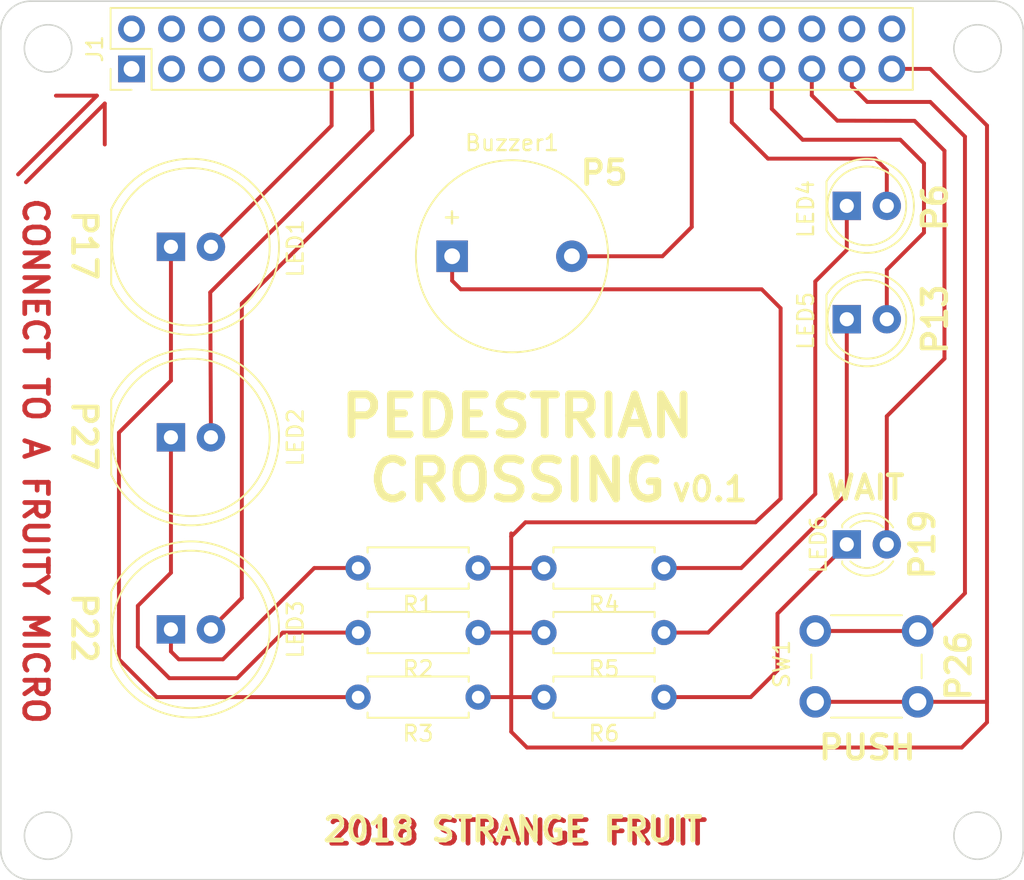
<source format=kicad_pcb>
(kicad_pcb (version 4) (host pcbnew 4.0.7)

  (general
    (links 24)
    (no_connects 0)
    (area 69.349999 98.924999 134.350001 155.050001)
    (thickness 1.6)
    (drawings 27)
    (tracks 103)
    (zones 0)
    (modules 15)
    (nets 47)
  )

  (page A4)
  (layers
    (0 F.Cu signal)
    (31 B.Cu signal)
    (32 B.Adhes user)
    (33 F.Adhes user)
    (34 B.Paste user)
    (35 F.Paste user)
    (36 B.SilkS user)
    (37 F.SilkS user)
    (38 B.Mask user)
    (39 F.Mask user)
    (40 Dwgs.User user)
    (41 Cmts.User user)
    (42 Eco1.User user)
    (43 Eco2.User user)
    (44 Edge.Cuts user)
    (45 Margin user)
    (46 B.CrtYd user)
    (47 F.CrtYd user)
    (48 B.Fab user)
    (49 F.Fab user)
  )

  (setup
    (last_trace_width 0.25)
    (trace_clearance 0.2)
    (zone_clearance 0.508)
    (zone_45_only no)
    (trace_min 0.2)
    (segment_width 0.2)
    (edge_width 0.1)
    (via_size 0.6)
    (via_drill 0.4)
    (via_min_size 0.4)
    (via_min_drill 0.3)
    (uvia_size 0.3)
    (uvia_drill 0.1)
    (uvias_allowed no)
    (uvia_min_size 0.2)
    (uvia_min_drill 0.1)
    (pcb_text_width 0.3)
    (pcb_text_size 1.5 1.5)
    (mod_edge_width 0.15)
    (mod_text_size 1 1)
    (mod_text_width 0.15)
    (pad_size 1.5 1.5)
    (pad_drill 0.6)
    (pad_to_mask_clearance 0)
    (aux_axis_origin 0 0)
    (grid_origin 69.4 99.2)
    (visible_elements FFFFFF7F)
    (pcbplotparams
      (layerselection 0x3ffff_80000001)
      (usegerberextensions false)
      (excludeedgelayer true)
      (linewidth 0.100000)
      (plotframeref false)
      (viasonmask false)
      (mode 1)
      (useauxorigin false)
      (hpglpennumber 1)
      (hpglpenspeed 20)
      (hpglpendiameter 15)
      (hpglpenoverlay 2)
      (psnegative false)
      (psa4output false)
      (plotreference true)
      (plotvalue true)
      (plotinvisibletext false)
      (padsonsilk false)
      (subtractmaskfromsilk false)
      (outputformat 1)
      (mirror false)
      (drillshape 0)
      (scaleselection 1)
      (outputdirectory ""))
  )

  (net 0 "")
  (net 1 "Net-(J1-Pad1)")
  (net 2 "Net-(J1-Pad2)")
  (net 3 "Net-(J1-Pad3)")
  (net 4 "Net-(J1-Pad4)")
  (net 5 "Net-(J1-Pad5)")
  (net 6 "Net-(J1-Pad6)")
  (net 7 "Net-(J1-Pad7)")
  (net 8 "Net-(J1-Pad8)")
  (net 9 "Net-(J1-Pad9)")
  (net 10 "Net-(J1-Pad10)")
  (net 11 "Net-(J1-Pad11)")
  (net 12 "Net-(J1-Pad12)")
  (net 13 "Net-(J1-Pad13)")
  (net 14 "Net-(J1-Pad14)")
  (net 15 "Net-(J1-Pad15)")
  (net 16 "Net-(J1-Pad16)")
  (net 17 "Net-(J1-Pad17)")
  (net 18 "Net-(J1-Pad18)")
  (net 19 "Net-(J1-Pad19)")
  (net 20 "Net-(J1-Pad20)")
  (net 21 "Net-(J1-Pad21)")
  (net 22 "Net-(J1-Pad22)")
  (net 23 "Net-(J1-Pad23)")
  (net 24 "Net-(J1-Pad24)")
  (net 25 "Net-(J1-Pad25)")
  (net 26 "Net-(J1-Pad26)")
  (net 27 "Net-(J1-Pad27)")
  (net 28 "Net-(J1-Pad28)")
  (net 29 "Net-(J1-Pad30)")
  (net 30 "Net-(J1-Pad31)")
  (net 31 "Net-(J1-Pad32)")
  (net 32 "Net-(J1-Pad33)")
  (net 33 "Net-(J1-Pad34)")
  (net 34 "Net-(J1-Pad35)")
  (net 35 "Net-(J1-Pad36)")
  (net 36 "Net-(J1-Pad37)")
  (net 37 "Net-(J1-Pad38)")
  (net 38 "Net-(J1-Pad40)")
  (net 39 "Net-(Buzzer1-Pad1)")
  (net 40 "Net-(Buzzer1-Pad2)")
  (net 41 "Net-(LED1-Pad1)")
  (net 42 "Net-(LED2-Pad1)")
  (net 43 "Net-(LED3-Pad1)")
  (net 44 "Net-(LED4-Pad1)")
  (net 45 "Net-(LED5-Pad1)")
  (net 46 "Net-(LED6-Pad1)")

  (net_class Default "This is the default net class."
    (clearance 0.2)
    (trace_width 0.25)
    (via_dia 0.6)
    (via_drill 0.4)
    (uvia_dia 0.3)
    (uvia_drill 0.1)
    (add_net "Net-(Buzzer1-Pad1)")
    (add_net "Net-(Buzzer1-Pad2)")
    (add_net "Net-(J1-Pad1)")
    (add_net "Net-(J1-Pad10)")
    (add_net "Net-(J1-Pad11)")
    (add_net "Net-(J1-Pad12)")
    (add_net "Net-(J1-Pad13)")
    (add_net "Net-(J1-Pad14)")
    (add_net "Net-(J1-Pad15)")
    (add_net "Net-(J1-Pad16)")
    (add_net "Net-(J1-Pad17)")
    (add_net "Net-(J1-Pad18)")
    (add_net "Net-(J1-Pad19)")
    (add_net "Net-(J1-Pad2)")
    (add_net "Net-(J1-Pad20)")
    (add_net "Net-(J1-Pad21)")
    (add_net "Net-(J1-Pad22)")
    (add_net "Net-(J1-Pad23)")
    (add_net "Net-(J1-Pad24)")
    (add_net "Net-(J1-Pad25)")
    (add_net "Net-(J1-Pad26)")
    (add_net "Net-(J1-Pad27)")
    (add_net "Net-(J1-Pad28)")
    (add_net "Net-(J1-Pad3)")
    (add_net "Net-(J1-Pad30)")
    (add_net "Net-(J1-Pad31)")
    (add_net "Net-(J1-Pad32)")
    (add_net "Net-(J1-Pad33)")
    (add_net "Net-(J1-Pad34)")
    (add_net "Net-(J1-Pad35)")
    (add_net "Net-(J1-Pad36)")
    (add_net "Net-(J1-Pad37)")
    (add_net "Net-(J1-Pad38)")
    (add_net "Net-(J1-Pad4)")
    (add_net "Net-(J1-Pad40)")
    (add_net "Net-(J1-Pad5)")
    (add_net "Net-(J1-Pad6)")
    (add_net "Net-(J1-Pad7)")
    (add_net "Net-(J1-Pad8)")
    (add_net "Net-(J1-Pad9)")
    (add_net "Net-(LED1-Pad1)")
    (add_net "Net-(LED2-Pad1)")
    (add_net "Net-(LED3-Pad1)")
    (add_net "Net-(LED4-Pad1)")
    (add_net "Net-(LED5-Pad1)")
    (add_net "Net-(LED6-Pad1)")
  )

  (module Pin_Headers:Pin_Header_Straight_2x20_Pitch2.54mm (layer F.Cu) (tedit 5A89904C) (tstamp 5A88BFFD)
    (at 77.7 103.5 90)
    (descr "Through hole straight pin header, 2x20, 2.54mm pitch, double rows")
    (tags "Through hole pin header THT 2x20 2.54mm double row")
    (path /5A878678)
    (fp_text reference J1 (at 1.27 -2.33 90) (layer F.SilkS)
      (effects (font (size 1 1) (thickness 0.15)))
    )
    (fp_text value Conn_02x20_Odd_Even (at -2.8 24 180) (layer F.Fab)
      (effects (font (size 1 1) (thickness 0.15)))
    )
    (fp_line (start 0 -1.27) (end 3.81 -1.27) (layer F.Fab) (width 0.1))
    (fp_line (start 3.81 -1.27) (end 3.81 49.53) (layer F.Fab) (width 0.1))
    (fp_line (start 3.81 49.53) (end -1.27 49.53) (layer F.Fab) (width 0.1))
    (fp_line (start -1.27 49.53) (end -1.27 0) (layer F.Fab) (width 0.1))
    (fp_line (start -1.27 0) (end 0 -1.27) (layer F.Fab) (width 0.1))
    (fp_line (start -1.33 49.59) (end 3.87 49.59) (layer F.SilkS) (width 0.12))
    (fp_line (start -1.33 1.27) (end -1.33 49.59) (layer F.SilkS) (width 0.12))
    (fp_line (start 3.87 -1.33) (end 3.87 49.59) (layer F.SilkS) (width 0.12))
    (fp_line (start -1.33 1.27) (end 1.27 1.27) (layer F.SilkS) (width 0.12))
    (fp_line (start 1.27 1.27) (end 1.27 -1.33) (layer F.SilkS) (width 0.12))
    (fp_line (start 1.27 -1.33) (end 3.87 -1.33) (layer F.SilkS) (width 0.12))
    (fp_line (start -1.33 0) (end -1.33 -1.33) (layer F.SilkS) (width 0.12))
    (fp_line (start -1.33 -1.33) (end 0 -1.33) (layer F.SilkS) (width 0.12))
    (fp_line (start -1.8 -1.8) (end -1.8 50.05) (layer F.CrtYd) (width 0.05))
    (fp_line (start -1.8 50.05) (end 4.35 50.05) (layer F.CrtYd) (width 0.05))
    (fp_line (start 4.35 50.05) (end 4.35 -1.8) (layer F.CrtYd) (width 0.05))
    (fp_line (start 4.35 -1.8) (end -1.8 -1.8) (layer F.CrtYd) (width 0.05))
    (fp_text user %R (at 1.27 24.13 180) (layer F.Fab)
      (effects (font (size 1 1) (thickness 0.15)))
    )
    (pad 1 thru_hole rect (at 0 0 90) (size 1.7 1.7) (drill 1) (layers *.Cu *.Mask)
      (net 1 "Net-(J1-Pad1)"))
    (pad 2 thru_hole oval (at 2.54 0 90) (size 1.7 1.7) (drill 1) (layers *.Cu *.Mask)
      (net 2 "Net-(J1-Pad2)"))
    (pad 3 thru_hole oval (at 0 2.54 90) (size 1.7 1.7) (drill 1) (layers *.Cu *.Mask)
      (net 3 "Net-(J1-Pad3)"))
    (pad 4 thru_hole oval (at 2.54 2.54 90) (size 1.7 1.7) (drill 1) (layers *.Cu *.Mask)
      (net 4 "Net-(J1-Pad4)"))
    (pad 5 thru_hole oval (at 0 5.08 90) (size 1.7 1.7) (drill 1) (layers *.Cu *.Mask)
      (net 5 "Net-(J1-Pad5)"))
    (pad 6 thru_hole oval (at 2.54 5.08 90) (size 1.7 1.7) (drill 1) (layers *.Cu *.Mask)
      (net 6 "Net-(J1-Pad6)"))
    (pad 7 thru_hole oval (at 0 7.62 90) (size 1.7 1.7) (drill 1) (layers *.Cu *.Mask)
      (net 7 "Net-(J1-Pad7)"))
    (pad 8 thru_hole oval (at 2.54 7.62 90) (size 1.7 1.7) (drill 1) (layers *.Cu *.Mask)
      (net 8 "Net-(J1-Pad8)"))
    (pad 9 thru_hole oval (at 0 10.16 90) (size 1.7 1.7) (drill 1) (layers *.Cu *.Mask)
      (net 9 "Net-(J1-Pad9)"))
    (pad 10 thru_hole oval (at 2.54 10.16 90) (size 1.7 1.7) (drill 1) (layers *.Cu *.Mask)
      (net 10 "Net-(J1-Pad10)"))
    (pad 11 thru_hole oval (at 0 12.7 90) (size 1.7 1.7) (drill 1) (layers *.Cu *.Mask)
      (net 11 "Net-(J1-Pad11)"))
    (pad 12 thru_hole oval (at 2.54 12.7 90) (size 1.7 1.7) (drill 1) (layers *.Cu *.Mask)
      (net 12 "Net-(J1-Pad12)"))
    (pad 13 thru_hole oval (at 0 15.24 90) (size 1.7 1.7) (drill 1) (layers *.Cu *.Mask)
      (net 13 "Net-(J1-Pad13)"))
    (pad 14 thru_hole oval (at 2.54 15.24 90) (size 1.7 1.7) (drill 1) (layers *.Cu *.Mask)
      (net 14 "Net-(J1-Pad14)"))
    (pad 15 thru_hole oval (at 0 17.78 90) (size 1.7 1.7) (drill 1) (layers *.Cu *.Mask)
      (net 15 "Net-(J1-Pad15)"))
    (pad 16 thru_hole oval (at 2.54 17.78 90) (size 1.7 1.7) (drill 1) (layers *.Cu *.Mask)
      (net 16 "Net-(J1-Pad16)"))
    (pad 17 thru_hole oval (at 0 20.32 90) (size 1.7 1.7) (drill 1) (layers *.Cu *.Mask)
      (net 17 "Net-(J1-Pad17)"))
    (pad 18 thru_hole oval (at 2.54 20.32 90) (size 1.7 1.7) (drill 1) (layers *.Cu *.Mask)
      (net 18 "Net-(J1-Pad18)"))
    (pad 19 thru_hole oval (at 0 22.86 90) (size 1.7 1.7) (drill 1) (layers *.Cu *.Mask)
      (net 19 "Net-(J1-Pad19)"))
    (pad 20 thru_hole oval (at 2.54 22.86 90) (size 1.7 1.7) (drill 1) (layers *.Cu *.Mask)
      (net 20 "Net-(J1-Pad20)"))
    (pad 21 thru_hole oval (at 0 25.4 90) (size 1.7 1.7) (drill 1) (layers *.Cu *.Mask)
      (net 21 "Net-(J1-Pad21)"))
    (pad 22 thru_hole oval (at 2.54 25.4 90) (size 1.7 1.7) (drill 1) (layers *.Cu *.Mask)
      (net 22 "Net-(J1-Pad22)"))
    (pad 23 thru_hole oval (at 0 27.94 90) (size 1.7 1.7) (drill 1) (layers *.Cu *.Mask)
      (net 23 "Net-(J1-Pad23)"))
    (pad 24 thru_hole oval (at 2.54 27.94 90) (size 1.7 1.7) (drill 1) (layers *.Cu *.Mask)
      (net 24 "Net-(J1-Pad24)"))
    (pad 25 thru_hole oval (at 0 30.48 90) (size 1.7 1.7) (drill 1) (layers *.Cu *.Mask)
      (net 25 "Net-(J1-Pad25)"))
    (pad 26 thru_hole oval (at 2.54 30.48 90) (size 1.7 1.7) (drill 1) (layers *.Cu *.Mask)
      (net 26 "Net-(J1-Pad26)"))
    (pad 27 thru_hole oval (at 0 33.02 90) (size 1.7 1.7) (drill 1) (layers *.Cu *.Mask)
      (net 27 "Net-(J1-Pad27)"))
    (pad 28 thru_hole oval (at 2.54 33.02 90) (size 1.7 1.7) (drill 1) (layers *.Cu *.Mask)
      (net 28 "Net-(J1-Pad28)"))
    (pad 29 thru_hole oval (at 0 35.56 90) (size 1.7 1.7) (drill 1) (layers *.Cu *.Mask)
      (net 40 "Net-(Buzzer1-Pad2)"))
    (pad 30 thru_hole oval (at 2.54 35.56 90) (size 1.7 1.7) (drill 1) (layers *.Cu *.Mask)
      (net 29 "Net-(J1-Pad30)"))
    (pad 31 thru_hole oval (at 0 38.1 90) (size 1.7 1.7) (drill 1) (layers *.Cu *.Mask)
      (net 30 "Net-(J1-Pad31)"))
    (pad 32 thru_hole oval (at 2.54 38.1 90) (size 1.7 1.7) (drill 1) (layers *.Cu *.Mask)
      (net 31 "Net-(J1-Pad32)"))
    (pad 33 thru_hole oval (at 0 40.64 90) (size 1.7 1.7) (drill 1) (layers *.Cu *.Mask)
      (net 32 "Net-(J1-Pad33)"))
    (pad 34 thru_hole oval (at 2.54 40.64 90) (size 1.7 1.7) (drill 1) (layers *.Cu *.Mask)
      (net 33 "Net-(J1-Pad34)"))
    (pad 35 thru_hole oval (at 0 43.18 90) (size 1.7 1.7) (drill 1) (layers *.Cu *.Mask)
      (net 34 "Net-(J1-Pad35)"))
    (pad 36 thru_hole oval (at 2.54 43.18 90) (size 1.7 1.7) (drill 1) (layers *.Cu *.Mask)
      (net 35 "Net-(J1-Pad36)"))
    (pad 37 thru_hole oval (at 0 45.72 90) (size 1.7 1.7) (drill 1) (layers *.Cu *.Mask)
      (net 36 "Net-(J1-Pad37)"))
    (pad 38 thru_hole oval (at 2.54 45.72 90) (size 1.7 1.7) (drill 1) (layers *.Cu *.Mask)
      (net 37 "Net-(J1-Pad38)"))
    (pad 39 thru_hole oval (at 0 48.26 90) (size 1.7 1.7) (drill 1) (layers *.Cu *.Mask)
      (net 39 "Net-(Buzzer1-Pad1)"))
    (pad 40 thru_hole oval (at 2.54 48.26 90) (size 1.7 1.7) (drill 1) (layers *.Cu *.Mask)
      (net 38 "Net-(J1-Pad40)"))
    (model ${KISYS3DMOD}/Pin_Headers.3dshapes/Pin_Header_Straight_2x20_Pitch2.54mm.wrl
      (at (xyz 0 0 0))
      (scale (xyz 1 1 1))
      (rotate (xyz 0 0 0))
    )
  )

  (module Buttons_Switches_THT:SW_PUSH_6mm (layer F.Cu) (tedit 5A89899F) (tstamp 5A88C04D)
    (at 127.6 143.7 180)
    (descr https://www.omron.com/ecb/products/pdf/en-b3f.pdf)
    (tags "tact sw push 6mm")
    (path /5A880D02)
    (fp_text reference SW1 (at 8.63 2.4 450) (layer F.SilkS)
      (effects (font (size 1 1) (thickness 0.15)))
    )
    (fp_text value SW_Push_Dual (at 3.75 6.7 180) (layer F.Fab)
      (effects (font (size 1 1) (thickness 0.15)))
    )
    (fp_text user %R (at 3.25 2.25 180) (layer F.Fab)
      (effects (font (size 1 1) (thickness 0.15)))
    )
    (fp_line (start 3.25 -0.75) (end 6.25 -0.75) (layer F.Fab) (width 0.1))
    (fp_line (start 6.25 -0.75) (end 6.25 5.25) (layer F.Fab) (width 0.1))
    (fp_line (start 6.25 5.25) (end 0.25 5.25) (layer F.Fab) (width 0.1))
    (fp_line (start 0.25 5.25) (end 0.25 -0.75) (layer F.Fab) (width 0.1))
    (fp_line (start 0.25 -0.75) (end 3.25 -0.75) (layer F.Fab) (width 0.1))
    (fp_line (start 7.75 6) (end 8 6) (layer F.CrtYd) (width 0.05))
    (fp_line (start 8 6) (end 8 5.75) (layer F.CrtYd) (width 0.05))
    (fp_line (start 7.75 -1.5) (end 8 -1.5) (layer F.CrtYd) (width 0.05))
    (fp_line (start 8 -1.5) (end 8 -1.25) (layer F.CrtYd) (width 0.05))
    (fp_line (start -1.5 -1.25) (end -1.5 -1.5) (layer F.CrtYd) (width 0.05))
    (fp_line (start -1.5 -1.5) (end -1.25 -1.5) (layer F.CrtYd) (width 0.05))
    (fp_line (start -1.5 5.75) (end -1.5 6) (layer F.CrtYd) (width 0.05))
    (fp_line (start -1.5 6) (end -1.25 6) (layer F.CrtYd) (width 0.05))
    (fp_line (start -1.25 -1.5) (end 7.75 -1.5) (layer F.CrtYd) (width 0.05))
    (fp_line (start -1.5 5.75) (end -1.5 -1.25) (layer F.CrtYd) (width 0.05))
    (fp_line (start 7.75 6) (end -1.25 6) (layer F.CrtYd) (width 0.05))
    (fp_line (start 8 -1.25) (end 8 5.75) (layer F.CrtYd) (width 0.05))
    (fp_line (start 1 5.5) (end 5.5 5.5) (layer F.SilkS) (width 0.12))
    (fp_line (start -0.25 1.5) (end -0.25 3) (layer F.SilkS) (width 0.12))
    (fp_line (start 5.5 -1) (end 1 -1) (layer F.SilkS) (width 0.12))
    (fp_line (start 6.75 3) (end 6.75 1.5) (layer F.SilkS) (width 0.12))
    (fp_circle (center 3.25 2.25) (end 1.25 2.5) (layer F.Fab) (width 0.1))
    (pad 2 thru_hole circle (at 0 4.5 270) (size 2 2) (drill 1.1) (layers *.Cu *.Mask)
      (net 36 "Net-(J1-Pad37)"))
    (pad 1 thru_hole circle (at 0 0 270) (size 2 2) (drill 1.1) (layers *.Cu *.Mask)
      (net 39 "Net-(Buzzer1-Pad1)"))
    (pad 2 thru_hole circle (at 6.5 4.5 270) (size 2 2) (drill 1.1) (layers *.Cu *.Mask)
      (net 36 "Net-(J1-Pad37)"))
    (pad 1 thru_hole circle (at 6.5 0 270) (size 2 2) (drill 1.1) (layers *.Cu *.Mask)
      (net 39 "Net-(Buzzer1-Pad1)"))
    (model ${KISYS3DMOD}/Buttons_Switches_THT.3dshapes/SW_PUSH_6mm.wrl
      (at (xyz 0.005 0 0))
      (scale (xyz 0.3937 0.3937 0.3937))
      (rotate (xyz 0 0 0))
    )
  )

  (module Buzzers_Beepers:Buzzer_12x9.5RM7.6 (layer F.Cu) (tedit 58B1A329) (tstamp 5A88C9FB)
    (at 98.05 115.4)
    (descr "Generic Buzzer, D12mm height 9.5mm with RM7.6mm")
    (tags buzzer)
    (path /5A876069)
    (fp_text reference Buzzer1 (at 3.8 -7.2) (layer F.SilkS)
      (effects (font (size 1 1) (thickness 0.15)))
    )
    (fp_text value Buzzer (at 3.8 7.4) (layer F.Fab)
      (effects (font (size 1 1) (thickness 0.15)))
    )
    (fp_text user + (at -0.01 -2.54) (layer F.Fab)
      (effects (font (size 1 1) (thickness 0.15)))
    )
    (fp_text user + (at -0.01 -2.54) (layer F.SilkS)
      (effects (font (size 1 1) (thickness 0.15)))
    )
    (fp_text user %R (at 3.8 -4) (layer F.Fab)
      (effects (font (size 1 1) (thickness 0.15)))
    )
    (fp_circle (center 3.8 0) (end 10.05 0) (layer F.CrtYd) (width 0.05))
    (fp_circle (center 3.8 0) (end 9.8 0) (layer F.Fab) (width 0.1))
    (fp_circle (center 3.8 0) (end 4.8 0) (layer F.Fab) (width 0.1))
    (fp_circle (center 3.8 0) (end 9.9 0) (layer F.SilkS) (width 0.12))
    (pad 1 thru_hole rect (at 0 0) (size 2 2) (drill 1) (layers *.Cu *.Mask)
      (net 39 "Net-(Buzzer1-Pad1)"))
    (pad 2 thru_hole circle (at 7.6 0) (size 2 2) (drill 1) (layers *.Cu *.Mask)
      (net 40 "Net-(Buzzer1-Pad2)"))
    (model ${KISYS3DMOD}/Buzzers_Beepers.3dshapes/Buzzer_12x9.5RM7.6.wrl
      (at (xyz 0.15 0 0))
      (scale (xyz 4 4 4))
      (rotate (xyz 0 0 0))
    )
  )

  (module LEDs:LED_D10.0mm (layer F.Cu) (tedit 5A89AA90) (tstamp 5A88CA01)
    (at 80.2 114.8)
    (descr "LED, diameter 10.0mm, 2 pins, http://cdn-reichelt.de/documents/datenblatt/A500/LED10-4500RT%23KIN.pdf")
    (tags "LED diameter 10.0mm 2 pins")
    (path /5A87588E)
    (fp_text reference LED1 (at 7.9 0.1 90) (layer F.SilkS)
      (effects (font (size 1 1) (thickness 0.15)))
    )
    (fp_text value R10mm (at 1.27 6.56) (layer F.Fab)
      (effects (font (size 1 1) (thickness 0.15)))
    )
    (fp_arc (start 1.27 0) (end -3.73 -2.291288) (angle 310.8) (layer F.Fab) (width 0.1))
    (fp_arc (start 1.27 0) (end -3.79 -2.375816) (angle 154.8) (layer F.SilkS) (width 0.12))
    (fp_arc (start 1.27 0) (end -3.79 2.375816) (angle -154.8) (layer F.SilkS) (width 0.12))
    (fp_circle (center 1.27 0) (end 6.27 0) (layer F.Fab) (width 0.1))
    (fp_circle (center 1.27 0) (end 6.27 0) (layer F.SilkS) (width 0.12))
    (fp_line (start -3.73 -2.291288) (end -3.73 2.291288) (layer F.Fab) (width 0.1))
    (fp_line (start -3.79 -2.376) (end -3.79 2.376) (layer F.SilkS) (width 0.12))
    (fp_line (start -4.55 -5.85) (end -4.55 5.85) (layer F.CrtYd) (width 0.05))
    (fp_line (start -4.55 5.85) (end 7.1 5.85) (layer F.CrtYd) (width 0.05))
    (fp_line (start 7.1 5.85) (end 7.1 -5.85) (layer F.CrtYd) (width 0.05))
    (fp_line (start 7.1 -5.85) (end -4.55 -5.85) (layer F.CrtYd) (width 0.05))
    (pad 1 thru_hole rect (at 0 0) (size 1.8 1.8) (drill 0.9) (layers *.Cu *.Mask)
      (net 41 "Net-(LED1-Pad1)"))
    (pad 2 thru_hole circle (at 2.54 0) (size 1.8 1.8) (drill 0.9) (layers *.Cu *.Mask)
      (net 11 "Net-(J1-Pad11)"))
    (model ${KISYS3DMOD}/LEDs.3dshapes/LED_D10.0mm.wrl
      (at (xyz 0 0 0))
      (scale (xyz 0.393701 0.393701 0.393701))
      (rotate (xyz 0 0 0))
    )
  )

  (module LEDs:LED_D10.0mm (layer F.Cu) (tedit 5A89AA78) (tstamp 5A88CA07)
    (at 80.2 126.9)
    (descr "LED, diameter 10.0mm, 2 pins, http://cdn-reichelt.de/documents/datenblatt/A500/LED10-4500RT%23KIN.pdf")
    (tags "LED diameter 10.0mm 2 pins")
    (path /5A8758CA)
    (fp_text reference LED2 (at 7.9 0 90) (layer F.SilkS)
      (effects (font (size 1 1) (thickness 0.15)))
    )
    (fp_text value Y10mm (at 1.27 6.56) (layer F.Fab)
      (effects (font (size 1 1) (thickness 0.15)))
    )
    (fp_arc (start 1.27 0) (end -3.73 -2.291288) (angle 310.8) (layer F.Fab) (width 0.1))
    (fp_arc (start 1.27 0) (end -3.79 -2.375816) (angle 154.8) (layer F.SilkS) (width 0.12))
    (fp_arc (start 1.27 0) (end -3.79 2.375816) (angle -154.8) (layer F.SilkS) (width 0.12))
    (fp_circle (center 1.27 0) (end 6.27 0) (layer F.Fab) (width 0.1))
    (fp_circle (center 1.27 0) (end 6.27 0) (layer F.SilkS) (width 0.12))
    (fp_line (start -3.73 -2.291288) (end -3.73 2.291288) (layer F.Fab) (width 0.1))
    (fp_line (start -3.79 -2.376) (end -3.79 2.376) (layer F.SilkS) (width 0.12))
    (fp_line (start -4.55 -5.85) (end -4.55 5.85) (layer F.CrtYd) (width 0.05))
    (fp_line (start -4.55 5.85) (end 7.1 5.85) (layer F.CrtYd) (width 0.05))
    (fp_line (start 7.1 5.85) (end 7.1 -5.85) (layer F.CrtYd) (width 0.05))
    (fp_line (start 7.1 -5.85) (end -4.55 -5.85) (layer F.CrtYd) (width 0.05))
    (pad 1 thru_hole rect (at 0 0) (size 1.8 1.8) (drill 0.9) (layers *.Cu *.Mask)
      (net 42 "Net-(LED2-Pad1)"))
    (pad 2 thru_hole circle (at 2.54 0) (size 1.8 1.8) (drill 0.9) (layers *.Cu *.Mask)
      (net 13 "Net-(J1-Pad13)"))
    (model ${KISYS3DMOD}/LEDs.3dshapes/LED_D10.0mm.wrl
      (at (xyz 0 0 0))
      (scale (xyz 0.393701 0.393701 0.393701))
      (rotate (xyz 0 0 0))
    )
  )

  (module LEDs:LED_D10.0mm (layer F.Cu) (tedit 5A89AA68) (tstamp 5A88CA0D)
    (at 80.2 139.1)
    (descr "LED, diameter 10.0mm, 2 pins, http://cdn-reichelt.de/documents/datenblatt/A500/LED10-4500RT%23KIN.pdf")
    (tags "LED diameter 10.0mm 2 pins")
    (path /5A8758E3)
    (fp_text reference LED3 (at 7.9 0 90) (layer F.SilkS)
      (effects (font (size 1 1) (thickness 0.15)))
    )
    (fp_text value G10mm (at 1.27 6.56) (layer F.Fab)
      (effects (font (size 1 1) (thickness 0.15)))
    )
    (fp_arc (start 1.27 0) (end -3.73 -2.291288) (angle 310.8) (layer F.Fab) (width 0.1))
    (fp_arc (start 1.27 0) (end -3.79 -2.375816) (angle 154.8) (layer F.SilkS) (width 0.12))
    (fp_arc (start 1.27 0) (end -3.79 2.375816) (angle -154.8) (layer F.SilkS) (width 0.12))
    (fp_circle (center 1.27 0) (end 6.27 0) (layer F.Fab) (width 0.1))
    (fp_circle (center 1.27 0) (end 6.27 0) (layer F.SilkS) (width 0.12))
    (fp_line (start -3.73 -2.291288) (end -3.73 2.291288) (layer F.Fab) (width 0.1))
    (fp_line (start -3.79 -2.376) (end -3.79 2.376) (layer F.SilkS) (width 0.12))
    (fp_line (start -4.55 -5.85) (end -4.55 5.85) (layer F.CrtYd) (width 0.05))
    (fp_line (start -4.55 5.85) (end 7.1 5.85) (layer F.CrtYd) (width 0.05))
    (fp_line (start 7.1 5.85) (end 7.1 -5.85) (layer F.CrtYd) (width 0.05))
    (fp_line (start 7.1 -5.85) (end -4.55 -5.85) (layer F.CrtYd) (width 0.05))
    (pad 1 thru_hole rect (at 0 0) (size 1.8 1.8) (drill 0.9) (layers *.Cu *.Mask)
      (net 43 "Net-(LED3-Pad1)"))
    (pad 2 thru_hole circle (at 2.54 0) (size 1.8 1.8) (drill 0.9) (layers *.Cu *.Mask)
      (net 15 "Net-(J1-Pad15)"))
    (model ${KISYS3DMOD}/LEDs.3dshapes/LED_D10.0mm.wrl
      (at (xyz 0 0 0))
      (scale (xyz 0.393701 0.393701 0.393701))
      (rotate (xyz 0 0 0))
    )
  )

  (module LEDs:LED_D5.0mm (layer F.Cu) (tedit 5A89AA20) (tstamp 5A88CA13)
    (at 123.1 112.2)
    (descr "LED, diameter 5.0mm, 2 pins, http://cdn-reichelt.de/documents/datenblatt/A500/LL-504BC2E-009.pdf")
    (tags "LED diameter 5.0mm 2 pins")
    (path /5A875910)
    (fp_text reference LED4 (at -2.6 0.2 90) (layer F.SilkS)
      (effects (font (size 1 1) (thickness 0.15)))
    )
    (fp_text value R5mm (at 1.27 3.96) (layer F.Fab)
      (effects (font (size 1 1) (thickness 0.15)))
    )
    (fp_arc (start 1.27 0) (end -1.23 -1.469694) (angle 299.1) (layer F.Fab) (width 0.1))
    (fp_arc (start 1.27 0) (end -1.29 -1.54483) (angle 148.9) (layer F.SilkS) (width 0.12))
    (fp_arc (start 1.27 0) (end -1.29 1.54483) (angle -148.9) (layer F.SilkS) (width 0.12))
    (fp_circle (center 1.27 0) (end 3.77 0) (layer F.Fab) (width 0.1))
    (fp_circle (center 1.27 0) (end 3.77 0) (layer F.SilkS) (width 0.12))
    (fp_line (start -1.23 -1.469694) (end -1.23 1.469694) (layer F.Fab) (width 0.1))
    (fp_line (start -1.29 -1.545) (end -1.29 1.545) (layer F.SilkS) (width 0.12))
    (fp_line (start -1.95 -3.25) (end -1.95 3.25) (layer F.CrtYd) (width 0.05))
    (fp_line (start -1.95 3.25) (end 4.5 3.25) (layer F.CrtYd) (width 0.05))
    (fp_line (start 4.5 3.25) (end 4.5 -3.25) (layer F.CrtYd) (width 0.05))
    (fp_line (start 4.5 -3.25) (end -1.95 -3.25) (layer F.CrtYd) (width 0.05))
    (fp_text user %R (at 1.25 0) (layer F.Fab)
      (effects (font (size 0.8 0.8) (thickness 0.2)))
    )
    (pad 1 thru_hole rect (at 0 0) (size 1.8 1.8) (drill 0.9) (layers *.Cu *.Mask)
      (net 44 "Net-(LED4-Pad1)"))
    (pad 2 thru_hole circle (at 2.54 0) (size 1.8 1.8) (drill 0.9) (layers *.Cu *.Mask)
      (net 30 "Net-(J1-Pad31)"))
    (model ${KISYS3DMOD}/LEDs.3dshapes/LED_D5.0mm.wrl
      (at (xyz 0 0 0))
      (scale (xyz 0.393701 0.393701 0.393701))
      (rotate (xyz 0 0 0))
    )
  )

  (module LEDs:LED_D5.0mm (layer F.Cu) (tedit 5A89AA37) (tstamp 5A88CA19)
    (at 123.1 119.4)
    (descr "LED, diameter 5.0mm, 2 pins, http://cdn-reichelt.de/documents/datenblatt/A500/LL-504BC2E-009.pdf")
    (tags "LED diameter 5.0mm 2 pins")
    (path /5A875938)
    (fp_text reference LED5 (at -2.6 0.1 90) (layer F.SilkS)
      (effects (font (size 1 1) (thickness 0.15)))
    )
    (fp_text value G5mm (at 1.27 3.96) (layer F.Fab)
      (effects (font (size 1 1) (thickness 0.15)))
    )
    (fp_arc (start 1.27 0) (end -1.23 -1.469694) (angle 299.1) (layer F.Fab) (width 0.1))
    (fp_arc (start 1.27 0) (end -1.29 -1.54483) (angle 148.9) (layer F.SilkS) (width 0.12))
    (fp_arc (start 1.27 0) (end -1.29 1.54483) (angle -148.9) (layer F.SilkS) (width 0.12))
    (fp_circle (center 1.27 0) (end 3.77 0) (layer F.Fab) (width 0.1))
    (fp_circle (center 1.27 0) (end 3.77 0) (layer F.SilkS) (width 0.12))
    (fp_line (start -1.23 -1.469694) (end -1.23 1.469694) (layer F.Fab) (width 0.1))
    (fp_line (start -1.29 -1.545) (end -1.29 1.545) (layer F.SilkS) (width 0.12))
    (fp_line (start -1.95 -3.25) (end -1.95 3.25) (layer F.CrtYd) (width 0.05))
    (fp_line (start -1.95 3.25) (end 4.5 3.25) (layer F.CrtYd) (width 0.05))
    (fp_line (start 4.5 3.25) (end 4.5 -3.25) (layer F.CrtYd) (width 0.05))
    (fp_line (start 4.5 -3.25) (end -1.95 -3.25) (layer F.CrtYd) (width 0.05))
    (fp_text user %R (at 1.25 0) (layer F.Fab)
      (effects (font (size 0.8 0.8) (thickness 0.2)))
    )
    (pad 1 thru_hole rect (at 0 0) (size 1.8 1.8) (drill 0.9) (layers *.Cu *.Mask)
      (net 45 "Net-(LED5-Pad1)"))
    (pad 2 thru_hole circle (at 2.54 0) (size 1.8 1.8) (drill 0.9) (layers *.Cu *.Mask)
      (net 32 "Net-(J1-Pad33)"))
    (model ${KISYS3DMOD}/LEDs.3dshapes/LED_D5.0mm.wrl
      (at (xyz 0 0 0))
      (scale (xyz 0.393701 0.393701 0.393701))
      (rotate (xyz 0 0 0))
    )
  )

  (module LEDs:LED_D3.0mm (layer F.Cu) (tedit 5A8989A3) (tstamp 5A88CA1F)
    (at 123.1 133.7)
    (descr "LED, diameter 3.0mm, 2 pins")
    (tags "LED diameter 3.0mm 2 pins")
    (path /5A875968)
    (fp_text reference LED6 (at -1.8 0 90) (layer F.SilkS)
      (effects (font (size 1 1) (thickness 0.15)))
    )
    (fp_text value Y3mm (at 1.27 2.96) (layer F.Fab)
      (effects (font (size 1 1) (thickness 0.15)))
    )
    (fp_arc (start 1.27 0) (end -0.23 -1.16619) (angle 284.3) (layer F.Fab) (width 0.1))
    (fp_arc (start 1.27 0) (end -0.29 -1.235516) (angle 108.8) (layer F.SilkS) (width 0.12))
    (fp_arc (start 1.27 0) (end -0.29 1.235516) (angle -108.8) (layer F.SilkS) (width 0.12))
    (fp_arc (start 1.27 0) (end 0.229039 -1.08) (angle 87.9) (layer F.SilkS) (width 0.12))
    (fp_arc (start 1.27 0) (end 0.229039 1.08) (angle -87.9) (layer F.SilkS) (width 0.12))
    (fp_circle (center 1.27 0) (end 2.77 0) (layer F.Fab) (width 0.1))
    (fp_line (start -0.23 -1.16619) (end -0.23 1.16619) (layer F.Fab) (width 0.1))
    (fp_line (start -0.29 -1.236) (end -0.29 -1.08) (layer F.SilkS) (width 0.12))
    (fp_line (start -0.29 1.08) (end -0.29 1.236) (layer F.SilkS) (width 0.12))
    (fp_line (start -1.15 -2.25) (end -1.15 2.25) (layer F.CrtYd) (width 0.05))
    (fp_line (start -1.15 2.25) (end 3.7 2.25) (layer F.CrtYd) (width 0.05))
    (fp_line (start 3.7 2.25) (end 3.7 -2.25) (layer F.CrtYd) (width 0.05))
    (fp_line (start 3.7 -2.25) (end -1.15 -2.25) (layer F.CrtYd) (width 0.05))
    (pad 1 thru_hole rect (at 0 0) (size 1.8 1.8) (drill 0.9) (layers *.Cu *.Mask)
      (net 46 "Net-(LED6-Pad1)"))
    (pad 2 thru_hole circle (at 2.54 0) (size 1.8 1.8) (drill 0.9) (layers *.Cu *.Mask)
      (net 34 "Net-(J1-Pad35)"))
    (model ${KISYS3DMOD}/LEDs.3dshapes/LED_D3.0mm.wrl
      (at (xyz 0 0 0))
      (scale (xyz 0.393701 0.393701 0.393701))
      (rotate (xyz 0 0 0))
    )
  )

  (module Resistors_THT:R_Axial_DIN0207_L6.3mm_D2.5mm_P7.62mm_Horizontal (layer F.Cu) (tedit 5874F706) (tstamp 5A893258)
    (at 99.7 135.2 180)
    (descr "Resistor, Axial_DIN0207 series, Axial, Horizontal, pin pitch=7.62mm, 0.25W = 1/4W, length*diameter=6.3*2.5mm^2, http://cdn-reichelt.de/documents/datenblatt/B400/1_4W%23YAG.pdf")
    (tags "Resistor Axial_DIN0207 series Axial Horizontal pin pitch 7.62mm 0.25W = 1/4W length 6.3mm diameter 2.5mm")
    (path /5A8759B8)
    (fp_text reference R1 (at 3.81 -2.31 180) (layer F.SilkS)
      (effects (font (size 1 1) (thickness 0.15)))
    )
    (fp_text value 200 (at 3.81 2.31 180) (layer F.Fab)
      (effects (font (size 1 1) (thickness 0.15)))
    )
    (fp_line (start 0.66 -1.25) (end 0.66 1.25) (layer F.Fab) (width 0.1))
    (fp_line (start 0.66 1.25) (end 6.96 1.25) (layer F.Fab) (width 0.1))
    (fp_line (start 6.96 1.25) (end 6.96 -1.25) (layer F.Fab) (width 0.1))
    (fp_line (start 6.96 -1.25) (end 0.66 -1.25) (layer F.Fab) (width 0.1))
    (fp_line (start 0 0) (end 0.66 0) (layer F.Fab) (width 0.1))
    (fp_line (start 7.62 0) (end 6.96 0) (layer F.Fab) (width 0.1))
    (fp_line (start 0.6 -0.98) (end 0.6 -1.31) (layer F.SilkS) (width 0.12))
    (fp_line (start 0.6 -1.31) (end 7.02 -1.31) (layer F.SilkS) (width 0.12))
    (fp_line (start 7.02 -1.31) (end 7.02 -0.98) (layer F.SilkS) (width 0.12))
    (fp_line (start 0.6 0.98) (end 0.6 1.31) (layer F.SilkS) (width 0.12))
    (fp_line (start 0.6 1.31) (end 7.02 1.31) (layer F.SilkS) (width 0.12))
    (fp_line (start 7.02 1.31) (end 7.02 0.98) (layer F.SilkS) (width 0.12))
    (fp_line (start -1.05 -1.6) (end -1.05 1.6) (layer F.CrtYd) (width 0.05))
    (fp_line (start -1.05 1.6) (end 8.7 1.6) (layer F.CrtYd) (width 0.05))
    (fp_line (start 8.7 1.6) (end 8.7 -1.6) (layer F.CrtYd) (width 0.05))
    (fp_line (start 8.7 -1.6) (end -1.05 -1.6) (layer F.CrtYd) (width 0.05))
    (pad 1 thru_hole circle (at 0 0 180) (size 1.6 1.6) (drill 0.8) (layers *.Cu *.Mask)
      (net 39 "Net-(Buzzer1-Pad1)"))
    (pad 2 thru_hole oval (at 7.62 0 180) (size 1.6 1.6) (drill 0.8) (layers *.Cu *.Mask)
      (net 43 "Net-(LED3-Pad1)"))
    (model ${KISYS3DMOD}/Resistors_THT.3dshapes/R_Axial_DIN0207_L6.3mm_D2.5mm_P7.62mm_Horizontal.wrl
      (at (xyz 0 0 0))
      (scale (xyz 0.393701 0.393701 0.393701))
      (rotate (xyz 0 0 0))
    )
  )

  (module Resistors_THT:R_Axial_DIN0207_L6.3mm_D2.5mm_P7.62mm_Horizontal (layer F.Cu) (tedit 5874F706) (tstamp 5A89325E)
    (at 99.7 139.3 180)
    (descr "Resistor, Axial_DIN0207 series, Axial, Horizontal, pin pitch=7.62mm, 0.25W = 1/4W, length*diameter=6.3*2.5mm^2, http://cdn-reichelt.de/documents/datenblatt/B400/1_4W%23YAG.pdf")
    (tags "Resistor Axial_DIN0207 series Axial Horizontal pin pitch 7.62mm 0.25W = 1/4W length 6.3mm diameter 2.5mm")
    (path /5A875A0F)
    (fp_text reference R2 (at 3.81 -2.31 180) (layer F.SilkS)
      (effects (font (size 1 1) (thickness 0.15)))
    )
    (fp_text value 200 (at 3.81 2.31 180) (layer F.Fab)
      (effects (font (size 1 1) (thickness 0.15)))
    )
    (fp_line (start 0.66 -1.25) (end 0.66 1.25) (layer F.Fab) (width 0.1))
    (fp_line (start 0.66 1.25) (end 6.96 1.25) (layer F.Fab) (width 0.1))
    (fp_line (start 6.96 1.25) (end 6.96 -1.25) (layer F.Fab) (width 0.1))
    (fp_line (start 6.96 -1.25) (end 0.66 -1.25) (layer F.Fab) (width 0.1))
    (fp_line (start 0 0) (end 0.66 0) (layer F.Fab) (width 0.1))
    (fp_line (start 7.62 0) (end 6.96 0) (layer F.Fab) (width 0.1))
    (fp_line (start 0.6 -0.98) (end 0.6 -1.31) (layer F.SilkS) (width 0.12))
    (fp_line (start 0.6 -1.31) (end 7.02 -1.31) (layer F.SilkS) (width 0.12))
    (fp_line (start 7.02 -1.31) (end 7.02 -0.98) (layer F.SilkS) (width 0.12))
    (fp_line (start 0.6 0.98) (end 0.6 1.31) (layer F.SilkS) (width 0.12))
    (fp_line (start 0.6 1.31) (end 7.02 1.31) (layer F.SilkS) (width 0.12))
    (fp_line (start 7.02 1.31) (end 7.02 0.98) (layer F.SilkS) (width 0.12))
    (fp_line (start -1.05 -1.6) (end -1.05 1.6) (layer F.CrtYd) (width 0.05))
    (fp_line (start -1.05 1.6) (end 8.7 1.6) (layer F.CrtYd) (width 0.05))
    (fp_line (start 8.7 1.6) (end 8.7 -1.6) (layer F.CrtYd) (width 0.05))
    (fp_line (start 8.7 -1.6) (end -1.05 -1.6) (layer F.CrtYd) (width 0.05))
    (pad 1 thru_hole circle (at 0 0 180) (size 1.6 1.6) (drill 0.8) (layers *.Cu *.Mask)
      (net 39 "Net-(Buzzer1-Pad1)"))
    (pad 2 thru_hole oval (at 7.62 0 180) (size 1.6 1.6) (drill 0.8) (layers *.Cu *.Mask)
      (net 42 "Net-(LED2-Pad1)"))
    (model ${KISYS3DMOD}/Resistors_THT.3dshapes/R_Axial_DIN0207_L6.3mm_D2.5mm_P7.62mm_Horizontal.wrl
      (at (xyz 0 0 0))
      (scale (xyz 0.393701 0.393701 0.393701))
      (rotate (xyz 0 0 0))
    )
  )

  (module Resistors_THT:R_Axial_DIN0207_L6.3mm_D2.5mm_P7.62mm_Horizontal (layer F.Cu) (tedit 5874F706) (tstamp 5A893264)
    (at 99.7 143.4 180)
    (descr "Resistor, Axial_DIN0207 series, Axial, Horizontal, pin pitch=7.62mm, 0.25W = 1/4W, length*diameter=6.3*2.5mm^2, http://cdn-reichelt.de/documents/datenblatt/B400/1_4W%23YAG.pdf")
    (tags "Resistor Axial_DIN0207 series Axial Horizontal pin pitch 7.62mm 0.25W = 1/4W length 6.3mm diameter 2.5mm")
    (path /5A8759E8)
    (fp_text reference R3 (at 3.81 -2.31 180) (layer F.SilkS)
      (effects (font (size 1 1) (thickness 0.15)))
    )
    (fp_text value 200 (at 3.81 2.31 180) (layer F.Fab)
      (effects (font (size 1 1) (thickness 0.15)))
    )
    (fp_line (start 0.66 -1.25) (end 0.66 1.25) (layer F.Fab) (width 0.1))
    (fp_line (start 0.66 1.25) (end 6.96 1.25) (layer F.Fab) (width 0.1))
    (fp_line (start 6.96 1.25) (end 6.96 -1.25) (layer F.Fab) (width 0.1))
    (fp_line (start 6.96 -1.25) (end 0.66 -1.25) (layer F.Fab) (width 0.1))
    (fp_line (start 0 0) (end 0.66 0) (layer F.Fab) (width 0.1))
    (fp_line (start 7.62 0) (end 6.96 0) (layer F.Fab) (width 0.1))
    (fp_line (start 0.6 -0.98) (end 0.6 -1.31) (layer F.SilkS) (width 0.12))
    (fp_line (start 0.6 -1.31) (end 7.02 -1.31) (layer F.SilkS) (width 0.12))
    (fp_line (start 7.02 -1.31) (end 7.02 -0.98) (layer F.SilkS) (width 0.12))
    (fp_line (start 0.6 0.98) (end 0.6 1.31) (layer F.SilkS) (width 0.12))
    (fp_line (start 0.6 1.31) (end 7.02 1.31) (layer F.SilkS) (width 0.12))
    (fp_line (start 7.02 1.31) (end 7.02 0.98) (layer F.SilkS) (width 0.12))
    (fp_line (start -1.05 -1.6) (end -1.05 1.6) (layer F.CrtYd) (width 0.05))
    (fp_line (start -1.05 1.6) (end 8.7 1.6) (layer F.CrtYd) (width 0.05))
    (fp_line (start 8.7 1.6) (end 8.7 -1.6) (layer F.CrtYd) (width 0.05))
    (fp_line (start 8.7 -1.6) (end -1.05 -1.6) (layer F.CrtYd) (width 0.05))
    (pad 1 thru_hole circle (at 0 0 180) (size 1.6 1.6) (drill 0.8) (layers *.Cu *.Mask)
      (net 39 "Net-(Buzzer1-Pad1)"))
    (pad 2 thru_hole oval (at 7.62 0 180) (size 1.6 1.6) (drill 0.8) (layers *.Cu *.Mask)
      (net 41 "Net-(LED1-Pad1)"))
    (model ${KISYS3DMOD}/Resistors_THT.3dshapes/R_Axial_DIN0207_L6.3mm_D2.5mm_P7.62mm_Horizontal.wrl
      (at (xyz 0 0 0))
      (scale (xyz 0.393701 0.393701 0.393701))
      (rotate (xyz 0 0 0))
    )
  )

  (module Resistors_THT:R_Axial_DIN0207_L6.3mm_D2.5mm_P7.62mm_Horizontal (layer F.Cu) (tedit 5874F706) (tstamp 5A89326A)
    (at 111.5 135.2 180)
    (descr "Resistor, Axial_DIN0207 series, Axial, Horizontal, pin pitch=7.62mm, 0.25W = 1/4W, length*diameter=6.3*2.5mm^2, http://cdn-reichelt.de/documents/datenblatt/B400/1_4W%23YAG.pdf")
    (tags "Resistor Axial_DIN0207 series Axial Horizontal pin pitch 7.62mm 0.25W = 1/4W length 6.3mm diameter 2.5mm")
    (path /5A875A38)
    (fp_text reference R4 (at 3.81 -2.31 180) (layer F.SilkS)
      (effects (font (size 1 1) (thickness 0.15)))
    )
    (fp_text value 200 (at 3.81 2.31 180) (layer F.Fab)
      (effects (font (size 1 1) (thickness 0.15)))
    )
    (fp_line (start 0.66 -1.25) (end 0.66 1.25) (layer F.Fab) (width 0.1))
    (fp_line (start 0.66 1.25) (end 6.96 1.25) (layer F.Fab) (width 0.1))
    (fp_line (start 6.96 1.25) (end 6.96 -1.25) (layer F.Fab) (width 0.1))
    (fp_line (start 6.96 -1.25) (end 0.66 -1.25) (layer F.Fab) (width 0.1))
    (fp_line (start 0 0) (end 0.66 0) (layer F.Fab) (width 0.1))
    (fp_line (start 7.62 0) (end 6.96 0) (layer F.Fab) (width 0.1))
    (fp_line (start 0.6 -0.98) (end 0.6 -1.31) (layer F.SilkS) (width 0.12))
    (fp_line (start 0.6 -1.31) (end 7.02 -1.31) (layer F.SilkS) (width 0.12))
    (fp_line (start 7.02 -1.31) (end 7.02 -0.98) (layer F.SilkS) (width 0.12))
    (fp_line (start 0.6 0.98) (end 0.6 1.31) (layer F.SilkS) (width 0.12))
    (fp_line (start 0.6 1.31) (end 7.02 1.31) (layer F.SilkS) (width 0.12))
    (fp_line (start 7.02 1.31) (end 7.02 0.98) (layer F.SilkS) (width 0.12))
    (fp_line (start -1.05 -1.6) (end -1.05 1.6) (layer F.CrtYd) (width 0.05))
    (fp_line (start -1.05 1.6) (end 8.7 1.6) (layer F.CrtYd) (width 0.05))
    (fp_line (start 8.7 1.6) (end 8.7 -1.6) (layer F.CrtYd) (width 0.05))
    (fp_line (start 8.7 -1.6) (end -1.05 -1.6) (layer F.CrtYd) (width 0.05))
    (pad 1 thru_hole circle (at 0 0 180) (size 1.6 1.6) (drill 0.8) (layers *.Cu *.Mask)
      (net 44 "Net-(LED4-Pad1)"))
    (pad 2 thru_hole oval (at 7.62 0 180) (size 1.6 1.6) (drill 0.8) (layers *.Cu *.Mask)
      (net 39 "Net-(Buzzer1-Pad1)"))
    (model ${KISYS3DMOD}/Resistors_THT.3dshapes/R_Axial_DIN0207_L6.3mm_D2.5mm_P7.62mm_Horizontal.wrl
      (at (xyz 0 0 0))
      (scale (xyz 0.393701 0.393701 0.393701))
      (rotate (xyz 0 0 0))
    )
  )

  (module Resistors_THT:R_Axial_DIN0207_L6.3mm_D2.5mm_P7.62mm_Horizontal (layer F.Cu) (tedit 5874F706) (tstamp 5A893270)
    (at 111.5 139.3 180)
    (descr "Resistor, Axial_DIN0207 series, Axial, Horizontal, pin pitch=7.62mm, 0.25W = 1/4W, length*diameter=6.3*2.5mm^2, http://cdn-reichelt.de/documents/datenblatt/B400/1_4W%23YAG.pdf")
    (tags "Resistor Axial_DIN0207 series Axial Horizontal pin pitch 7.62mm 0.25W = 1/4W length 6.3mm diameter 2.5mm")
    (path /5A875A63)
    (fp_text reference R5 (at 3.81 -2.31 180) (layer F.SilkS)
      (effects (font (size 1 1) (thickness 0.15)))
    )
    (fp_text value 200 (at 3.81 2.31 180) (layer F.Fab)
      (effects (font (size 1 1) (thickness 0.15)))
    )
    (fp_line (start 0.66 -1.25) (end 0.66 1.25) (layer F.Fab) (width 0.1))
    (fp_line (start 0.66 1.25) (end 6.96 1.25) (layer F.Fab) (width 0.1))
    (fp_line (start 6.96 1.25) (end 6.96 -1.25) (layer F.Fab) (width 0.1))
    (fp_line (start 6.96 -1.25) (end 0.66 -1.25) (layer F.Fab) (width 0.1))
    (fp_line (start 0 0) (end 0.66 0) (layer F.Fab) (width 0.1))
    (fp_line (start 7.62 0) (end 6.96 0) (layer F.Fab) (width 0.1))
    (fp_line (start 0.6 -0.98) (end 0.6 -1.31) (layer F.SilkS) (width 0.12))
    (fp_line (start 0.6 -1.31) (end 7.02 -1.31) (layer F.SilkS) (width 0.12))
    (fp_line (start 7.02 -1.31) (end 7.02 -0.98) (layer F.SilkS) (width 0.12))
    (fp_line (start 0.6 0.98) (end 0.6 1.31) (layer F.SilkS) (width 0.12))
    (fp_line (start 0.6 1.31) (end 7.02 1.31) (layer F.SilkS) (width 0.12))
    (fp_line (start 7.02 1.31) (end 7.02 0.98) (layer F.SilkS) (width 0.12))
    (fp_line (start -1.05 -1.6) (end -1.05 1.6) (layer F.CrtYd) (width 0.05))
    (fp_line (start -1.05 1.6) (end 8.7 1.6) (layer F.CrtYd) (width 0.05))
    (fp_line (start 8.7 1.6) (end 8.7 -1.6) (layer F.CrtYd) (width 0.05))
    (fp_line (start 8.7 -1.6) (end -1.05 -1.6) (layer F.CrtYd) (width 0.05))
    (pad 1 thru_hole circle (at 0 0 180) (size 1.6 1.6) (drill 0.8) (layers *.Cu *.Mask)
      (net 45 "Net-(LED5-Pad1)"))
    (pad 2 thru_hole oval (at 7.62 0 180) (size 1.6 1.6) (drill 0.8) (layers *.Cu *.Mask)
      (net 39 "Net-(Buzzer1-Pad1)"))
    (model ${KISYS3DMOD}/Resistors_THT.3dshapes/R_Axial_DIN0207_L6.3mm_D2.5mm_P7.62mm_Horizontal.wrl
      (at (xyz 0 0 0))
      (scale (xyz 0.393701 0.393701 0.393701))
      (rotate (xyz 0 0 0))
    )
  )

  (module Resistors_THT:R_Axial_DIN0207_L6.3mm_D2.5mm_P7.62mm_Horizontal (layer F.Cu) (tedit 5874F706) (tstamp 5A893276)
    (at 111.5 143.4 180)
    (descr "Resistor, Axial_DIN0207 series, Axial, Horizontal, pin pitch=7.62mm, 0.25W = 1/4W, length*diameter=6.3*2.5mm^2, http://cdn-reichelt.de/documents/datenblatt/B400/1_4W%23YAG.pdf")
    (tags "Resistor Axial_DIN0207 series Axial Horizontal pin pitch 7.62mm 0.25W = 1/4W length 6.3mm diameter 2.5mm")
    (path /5A875AA6)
    (fp_text reference R6 (at 3.81 -2.31 180) (layer F.SilkS)
      (effects (font (size 1 1) (thickness 0.15)))
    )
    (fp_text value 200 (at 3.81 2.31 180) (layer F.Fab)
      (effects (font (size 1 1) (thickness 0.15)))
    )
    (fp_line (start 0.66 -1.25) (end 0.66 1.25) (layer F.Fab) (width 0.1))
    (fp_line (start 0.66 1.25) (end 6.96 1.25) (layer F.Fab) (width 0.1))
    (fp_line (start 6.96 1.25) (end 6.96 -1.25) (layer F.Fab) (width 0.1))
    (fp_line (start 6.96 -1.25) (end 0.66 -1.25) (layer F.Fab) (width 0.1))
    (fp_line (start 0 0) (end 0.66 0) (layer F.Fab) (width 0.1))
    (fp_line (start 7.62 0) (end 6.96 0) (layer F.Fab) (width 0.1))
    (fp_line (start 0.6 -0.98) (end 0.6 -1.31) (layer F.SilkS) (width 0.12))
    (fp_line (start 0.6 -1.31) (end 7.02 -1.31) (layer F.SilkS) (width 0.12))
    (fp_line (start 7.02 -1.31) (end 7.02 -0.98) (layer F.SilkS) (width 0.12))
    (fp_line (start 0.6 0.98) (end 0.6 1.31) (layer F.SilkS) (width 0.12))
    (fp_line (start 0.6 1.31) (end 7.02 1.31) (layer F.SilkS) (width 0.12))
    (fp_line (start 7.02 1.31) (end 7.02 0.98) (layer F.SilkS) (width 0.12))
    (fp_line (start -1.05 -1.6) (end -1.05 1.6) (layer F.CrtYd) (width 0.05))
    (fp_line (start -1.05 1.6) (end 8.7 1.6) (layer F.CrtYd) (width 0.05))
    (fp_line (start 8.7 1.6) (end 8.7 -1.6) (layer F.CrtYd) (width 0.05))
    (fp_line (start 8.7 -1.6) (end -1.05 -1.6) (layer F.CrtYd) (width 0.05))
    (pad 1 thru_hole circle (at 0 0 180) (size 1.6 1.6) (drill 0.8) (layers *.Cu *.Mask)
      (net 46 "Net-(LED6-Pad1)"))
    (pad 2 thru_hole oval (at 7.62 0 180) (size 1.6 1.6) (drill 0.8) (layers *.Cu *.Mask)
      (net 39 "Net-(Buzzer1-Pad1)"))
    (model ${KISYS3DMOD}/Resistors_THT.3dshapes/R_Axial_DIN0207_L6.3mm_D2.5mm_P7.62mm_Horizontal.wrl
      (at (xyz 0 0 0))
      (scale (xyz 0.393701 0.393701 0.393701))
      (rotate (xyz 0 0 0))
    )
  )

  (gr_text "2018 STRANGE FRUIT" (at 102.2 152) (layer F.Cu)
    (effects (font (size 1.5 1.5) (thickness 0.3)))
  )
  (gr_text v0.1 (at 114.4 130.2) (layer F.SilkS)
    (effects (font (size 1.5 1.5) (thickness 0.3)))
  )
  (gr_text "PEDESTRIAN\nCROSSING" (at 102.2 127.6) (layer F.SilkS)
    (effects (font (size 2.53 2.5) (thickness 0.5)))
  )
  (gr_text "CONNECT TO A FRUITY MICRO" (at 71.6 128.4 270) (layer F.Cu)
    (effects (font (size 1.5 1.5) (thickness 0.3)))
  )
  (gr_circle (center 131.4 152.2) (end 132.9 152.2) (layer Edge.Cuts) (width 0.1))
  (gr_circle (center 72.4 152.2) (end 73.9 152.2) (layer Edge.Cuts) (width 0.1))
  (gr_circle (center 131.4 102.2) (end 132.9 102.3) (layer Edge.Cuts) (width 0.1) (tstamp 5A8954CD))
  (gr_circle (center 72.4 102.2) (end 73.9 102.3) (layer Edge.Cuts) (width 0.1))
  (gr_text P26 (at 130.2 141.4 90) (layer F.SilkS)
    (effects (font (size 1.5 1.5) (thickness 0.3)))
  )
  (gr_text P5 (at 107.7 110.1) (layer F.SilkS)
    (effects (font (size 1.5 1.5) (thickness 0.3)))
  )
  (gr_text P19 (at 127.9 133.7 90) (layer F.SilkS)
    (effects (font (size 1.5 1.5) (thickness 0.3)))
  )
  (gr_text P13 (at 128.7 119.4 90) (layer F.SilkS)
    (effects (font (size 1.5 1.5) (thickness 0.3)))
  )
  (gr_text P6 (at 128.7 112.3 90) (layer F.SilkS)
    (effects (font (size 1.5 1.5) (thickness 0.3)))
  )
  (gr_text P22 (at 74.7 139 270) (layer F.SilkS)
    (effects (font (size 1.5 1.5) (thickness 0.3)))
  )
  (gr_text P27 (at 74.7 126.8 270) (layer F.SilkS)
    (effects (font (size 1.5 1.5) (thickness 0.3)))
  )
  (gr_text P17 (at 74.7 114.7 270) (layer F.SilkS)
    (effects (font (size 1.5 1.5) (thickness 0.3)))
  )
  (gr_line (start 134.3 101.1) (end 134.3 153.1) (angle 90) (layer Edge.Cuts) (width 0.1) (tstamp 5A8936E2))
  (gr_line (start 69.4 101.1) (end 69.4 153.1) (angle 90) (layer Edge.Cuts) (width 0.1))
  (gr_line (start 71.3 155) (end 132.4 155) (angle 90) (layer Edge.Cuts) (width 0.1) (tstamp 5A89369B))
  (gr_arc (start 71.3 153.1) (end 71.3 155) (angle 90) (layer Edge.Cuts) (width 0.1))
  (gr_arc (start 71.3 101.1) (end 69.4 101.1) (angle 90) (layer Edge.Cuts) (width 0.1))
  (gr_arc (start 132.4 101.1) (end 132.4 99.2) (angle 90) (layer Edge.Cuts) (width 0.1))
  (gr_arc (start 132.4 153.1) (end 134.3 153.1) (angle 90) (layer Edge.Cuts) (width 0.1))
  (gr_line (start 71.3 99.2) (end 132.4 99.2) (angle 90) (layer Edge.Cuts) (width 0.1))
  (gr_text PUSH (at 124.4 146.6) (layer F.SilkS)
    (effects (font (size 1.5 1.5) (thickness 0.3)))
  )
  (gr_text WAIT (at 124.3 130.1) (layer F.SilkS)
    (effects (font (size 1.5 1.5) (thickness 0.3)))
  )
  (gr_text "2018 STRANGE FRUIT" (at 101.9 151.8) (layer F.SilkS)
    (effects (font (size 1.5 1.5) (thickness 0.3)))
  )

  (segment (start 70.5 110.2) (end 75.5 105.2) (width 0.25) (layer F.Cu) (net 0))
  (segment (start 75.5 105.2) (end 72.9 105.2) (width 0.25) (layer F.Cu) (net 0) (tstamp 5A896771))
  (segment (start 71 110.7) (end 76 105.7) (width 0.25) (layer F.Cu) (net 0))
  (segment (start 76 105.7) (end 76 108.3) (width 0.25) (layer F.Cu) (net 0) (tstamp 5A89675E))
  (segment (start 82.74 114.8) (end 82.74 114.76) (width 0.25) (layer F.Cu) (net 11))
  (segment (start 82.74 114.76) (end 90.4 107.1) (width 0.25) (layer F.Cu) (net 11) (tstamp 5A8957C6))
  (segment (start 90.4 107.1) (end 90.4 103.5) (width 0.25) (layer F.Cu) (net 11) (tstamp 5A8957CC))
  (segment (start 82.74 126.9) (end 82.74 126.86) (width 0.25) (layer F.Cu) (net 13))
  (segment (start 92.987445 107.400175) (end 92.94 104) (width 0.25) (layer F.Cu) (net 13) (tstamp 5A89456D))
  (segment (start 82.694036 117.694512) (end 92.987445 107.400175) (width 0.25) (layer F.Cu) (net 13) (tstamp 5A89455E))
  (segment (start 82.74 126.9) (end 82.694036 117.694512) (width 0.25) (layer F.Cu) (net 13) (tstamp 5A894552))
  (segment (start 82.74 139.1) (end 82.74 139.06) (width 0.25) (layer F.Cu) (net 15))
  (segment (start 82.74 139.06) (end 84.7 137.1) (width 0.25) (layer F.Cu) (net 15) (tstamp 5A894574))
  (segment (start 95.499474 107.700003) (end 95.48 104) (width 0.25) (layer F.Cu) (net 15) (tstamp 5A89458E))
  (segment (start 84.700456 118.40046) (end 95.499474 107.700003) (width 0.25) (layer F.Cu) (net 15) (tstamp 5A894589))
  (segment (start 84.7 137.1) (end 84.700456 118.40046) (width 0.25) (layer F.Cu) (net 15) (tstamp 5A89457A))
  (segment (start 82.74 139.1) (end 82.74 138.96) (width 0.25) (layer F.Cu) (net 15))
  (segment (start 125.64 112.2) (end 125.64 109.94) (width 0.25) (layer F.Cu) (net 30))
  (segment (start 124.9 109.2) (end 118.1 109.2) (width 0.25) (layer F.Cu) (net 30) (tstamp 5A8947FA))
  (segment (start 118.1 109.2) (end 115.8 106.9) (width 0.25) (layer F.Cu) (net 30) (tstamp 5A894807))
  (segment (start 115.8 106.9) (end 115.8 104) (width 0.25) (layer F.Cu) (net 30) (tstamp 5A89480B))
  (segment (start 125.64 109.94) (end 124.9 109.2) (width 0.25) (layer F.Cu) (net 30) (tstamp 5A89A6A5))
  (segment (start 125.64 119.4) (end 125.64 116.26) (width 0.25) (layer F.Cu) (net 32))
  (segment (start 128 113.9) (end 128 109.5) (width 0.25) (layer F.Cu) (net 32) (tstamp 5A894827))
  (segment (start 128 109.5) (end 126.5 108) (width 0.25) (layer F.Cu) (net 32) (tstamp 5A89482B))
  (segment (start 126.5 108) (end 120.3 108) (width 0.25) (layer F.Cu) (net 32) (tstamp 5A89482D))
  (segment (start 120.3 108) (end 118.34 106.04) (width 0.25) (layer F.Cu) (net 32) (tstamp 5A89482F))
  (segment (start 118.34 106.04) (end 118.34 104) (width 0.25) (layer F.Cu) (net 32) (tstamp 5A894832))
  (segment (start 125.64 116.26) (end 128 113.9) (width 0.25) (layer F.Cu) (net 32) (tstamp 5A89A6C9))
  (segment (start 125.64 133.7) (end 125.64 125.56) (width 0.25) (layer F.Cu) (net 34) (status 400000))
  (segment (start 120.88 105.18) (end 122.498832 106.789257) (width 0.25) (layer F.Cu) (net 34) (tstamp 5A894881))
  (segment (start 122.498832 106.789257) (end 127.4 106.8) (width 0.25) (layer F.Cu) (net 34) (tstamp 5A894886))
  (segment (start 127.4 106.8) (end 129.3 108.7) (width 0.25) (layer F.Cu) (net 34) (tstamp 5A89488C))
  (segment (start 129.3 108.7) (end 129.3 121.9) (width 0.25) (layer F.Cu) (net 34) (tstamp 5A89488E))
  (segment (start 120.88 105.18) (end 120.88 104) (width 0.25) (layer F.Cu) (net 34))
  (segment (start 125.64 125.56) (end 129.3 121.9) (width 0.25) (layer F.Cu) (net 34) (tstamp 5A89A750))
  (segment (start 121.73 139.2) (end 128.23 139.2) (width 0.25) (layer F.Cu) (net 36))
  (segment (start 123.42 104) (end 123.42 104.62) (width 0.25) (layer F.Cu) (net 36))
  (segment (start 123.42 104.62) (end 124.4 105.6) (width 0.25) (layer F.Cu) (net 36) (tstamp 5A894A44))
  (segment (start 124.4 105.6) (end 128.4 105.6) (width 0.25) (layer F.Cu) (net 36) (tstamp 5A894A46))
  (segment (start 128.4 105.6) (end 130.6 107.8) (width 0.25) (layer F.Cu) (net 36) (tstamp 5A894A49))
  (segment (start 130.6 107.8) (end 130.6 136.8) (width 0.25) (layer F.Cu) (net 36) (tstamp 5A894A4B))
  (segment (start 130.6 136.8) (end 128.23 139.2) (width 0.25) (layer F.Cu) (net 36) (tstamp 5A894A4D))
  (segment (start 125.96 103.5) (end 128.4 103.5) (width 0.25) (layer F.Cu) (net 39) (status 400000))
  (segment (start 132 107.1) (end 132 143.7) (width 0.25) (layer F.Cu) (net 39) (tstamp 5A8949B0))
  (segment (start 128.4 103.5) (end 132 107.1) (width 0.25) (layer F.Cu) (net 39) (tstamp 5A89A6FC))
  (segment (start 98.05 115.4) (end 98.05 116.95) (width 0.25) (layer F.Cu) (net 39))
  (segment (start 102.7 132.3) (end 101.8 133.2) (width 0.25) (layer F.Cu) (net 39) (tstamp 5A896019))
  (segment (start 117.3 132.3) (end 102.7 132.3) (width 0.25) (layer F.Cu) (net 39) (tstamp 5A896015))
  (segment (start 118.9 130.8) (end 117.3 132.3) (width 0.25) (layer F.Cu) (net 39) (tstamp 5A896011))
  (segment (start 118.9 118.7) (end 118.9 130.8) (width 0.25) (layer F.Cu) (net 39) (tstamp 5A89600E))
  (segment (start 117.7 117.5) (end 118.9 118.7) (width 0.25) (layer F.Cu) (net 39) (tstamp 5A896007))
  (segment (start 98.6 117.5) (end 117.7 117.5) (width 0.25) (layer F.Cu) (net 39) (tstamp 5A896006))
  (segment (start 98.05 116.95) (end 98.6 117.5) (width 0.25) (layer F.Cu) (net 39) (tstamp 5A896003))
  (segment (start 101.8 133) (end 101.8 133.2) (width 0.25) (layer F.Cu) (net 39) (tstamp 5A8948FD))
  (segment (start 101.8 133.2) (end 101.8 135.2) (width 0.25) (layer F.Cu) (net 39) (tstamp 5A89601C))
  (segment (start 103.88 143.4) (end 101.8 143.4) (width 0.25) (layer F.Cu) (net 39))
  (segment (start 99.7 143.4) (end 101.8 143.4) (width 0.25) (layer F.Cu) (net 39))
  (segment (start 103.88 139.3) (end 101.8 139.3) (width 0.25) (layer F.Cu) (net 39))
  (segment (start 99.7 139.3) (end 101.8 139.3) (width 0.25) (layer F.Cu) (net 39))
  (segment (start 103.88 135.2) (end 101.8 135.2) (width 0.25) (layer F.Cu) (net 39))
  (segment (start 99.7 135.2) (end 101.8 135.2) (width 0.25) (layer F.Cu) (net 39))
  (segment (start 121.73 143.7) (end 128.23 143.7) (width 0.25) (layer F.Cu) (net 39))
  (segment (start 128.23 143.7) (end 132 143.7) (width 0.25) (layer F.Cu) (net 39))
  (segment (start 101.8 145.6) (end 102.8 146.6) (width 0.25) (layer F.Cu) (net 39))
  (segment (start 132 143.7) (end 132 145) (width 0.25) (layer F.Cu) (net 39) (tstamp 5A894A6E))
  (segment (start 132 145) (end 130.4 146.6) (width 0.25) (layer F.Cu) (net 39) (tstamp 5A8949B5))
  (segment (start 130.4 146.6) (end 102.8 146.6) (width 0.25) (layer F.Cu) (net 39) (tstamp 5A8949B8))
  (segment (start 101.8 135.2) (end 101.8 139.3) (width 0.25) (layer F.Cu) (net 39) (tstamp 5A895A9A))
  (segment (start 101.8 139.3) (end 101.8 143.4) (width 0.25) (layer F.Cu) (net 39) (tstamp 5A895AC7))
  (segment (start 101.8 143.4) (end 101.8 145.6) (width 0.25) (layer F.Cu) (net 39) (tstamp 5A895AE8))
  (segment (start 111.4 115.4) (end 105.65 115.4) (width 0.25) (layer F.Cu) (net 40) (tstamp 5A8948ED))
  (segment (start 113.26 104) (end 113.26 113.54) (width 0.25) (layer F.Cu) (net 40))
  (segment (start 113.26 113.54) (end 111.4 115.4) (width 0.25) (layer F.Cu) (net 40) (tstamp 5A8948EB))
  (segment (start 92.08 143.4) (end 79.3 143.4) (width 0.25) (layer F.Cu) (net 41))
  (segment (start 80.2 123.3) (end 80.2 114.8) (width 0.25) (layer F.Cu) (net 41) (tstamp 5A894670))
  (segment (start 76.9 126.6) (end 80.2 123.3) (width 0.25) (layer F.Cu) (net 41) (tstamp 5A894663))
  (segment (start 76.9 141) (end 76.9 126.6) (width 0.25) (layer F.Cu) (net 41) (tstamp 5A894661))
  (segment (start 79.3 143.4) (end 76.9 141) (width 0.25) (layer F.Cu) (net 41) (tstamp 5A89465E))
  (segment (start 92.08 139.3) (end 87.3 139.3) (width 0.25) (layer F.Cu) (net 42))
  (segment (start 80.2 135.5) (end 80.2 126.9) (width 0.25) (layer F.Cu) (net 42) (tstamp 5A894646))
  (segment (start 78.1 137.6) (end 80.2 135.5) (width 0.25) (layer F.Cu) (net 42) (tstamp 5A894633))
  (segment (start 78.1 140.2) (end 78.1 137.6) (width 0.25) (layer F.Cu) (net 42) (tstamp 5A894627))
  (segment (start 80.1 142.2) (end 78.1 140.2) (width 0.25) (layer F.Cu) (net 42) (tstamp 5A89461D))
  (segment (start 84.4 142.2) (end 80.1 142.2) (width 0.25) (layer F.Cu) (net 42) (tstamp 5A894613))
  (segment (start 87.3 139.3) (end 84.4 142.2) (width 0.25) (layer F.Cu) (net 42) (tstamp 5A894605))
  (segment (start 80.2 139.1) (end 80.2 140.5) (width 0.25) (layer F.Cu) (net 43))
  (segment (start 89.3 135.2) (end 92.08 135.2) (width 0.25) (layer F.Cu) (net 43) (tstamp 5A8945F1))
  (segment (start 83.5 141) (end 89.3 135.2) (width 0.25) (layer F.Cu) (net 43) (tstamp 5A8945E8))
  (segment (start 80.7 141) (end 83.5 141) (width 0.25) (layer F.Cu) (net 43) (tstamp 5A8945E3))
  (segment (start 80.2 140.5) (end 80.7 141) (width 0.25) (layer F.Cu) (net 43) (tstamp 5A8945E2))
  (segment (start 123.1 112.2) (end 123.1 115) (width 0.25) (layer F.Cu) (net 44) (status 400000))
  (segment (start 116.4 135.2) (end 111.5 135.2) (width 0.25) (layer F.Cu) (net 44) (tstamp 5A89A869) (status 800000))
  (segment (start 121.1 130.5) (end 116.4 135.2) (width 0.25) (layer F.Cu) (net 44) (tstamp 5A89A85C))
  (segment (start 121.1 117) (end 121.1 130.5) (width 0.25) (layer F.Cu) (net 44) (tstamp 5A89A84D))
  (segment (start 123.1 115) (end 121.1 117) (width 0.25) (layer F.Cu) (net 44) (tstamp 5A89A849))
  (segment (start 111.5 139.3) (end 114.3 139.3) (width 0.25) (layer F.Cu) (net 45) (status 400000))
  (segment (start 123.1 130.5) (end 123.1 119.4) (width 0.25) (layer F.Cu) (net 45) (tstamp 5A89A7C1) (status 800000))
  (segment (start 114.3 139.3) (end 123.1 130.5) (width 0.25) (layer F.Cu) (net 45) (tstamp 5A89A7B9))
  (segment (start 123.1 133.7) (end 118.7 138.1) (width 0.25) (layer F.Cu) (net 46) (status 400000))
  (segment (start 117 143.4) (end 111.5 143.4) (width 0.25) (layer F.Cu) (net 46) (tstamp 5A89A786) (status 800000))
  (segment (start 118.7 141.7) (end 117 143.4) (width 0.25) (layer F.Cu) (net 46) (tstamp 5A89A784))
  (segment (start 118.7 138.1) (end 118.7 141.7) (width 0.25) (layer F.Cu) (net 46) (tstamp 5A89A77D))

)

</source>
